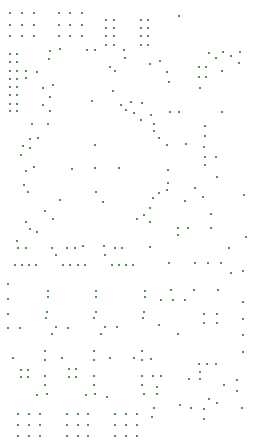
<source format=gbr>
%TF.GenerationSoftware,Altium Limited,Altium Designer,24.6.1 (21)*%
G04 Layer_Color=0*
%FSLAX26Y26*%
%MOIN*%
%TF.SameCoordinates,E3325630-42F2-41CE-953C-F4D0AC061200*%
%TF.FilePolarity,Positive*%
%TF.FileFunction,Plated,1,8,PTH,Drill*%
%TF.Part,Single*%
G01*
G75*
%TA.AperFunction,ViaDrill,NotFilled*%
%ADD122C,0.011811*%
D122*
X448819Y759842D02*
D03*
X812914Y700787D02*
D03*
X807087Y842520D02*
D03*
X551181Y1251968D02*
D03*
X556102Y1216535D02*
D03*
X153543Y1078661D02*
D03*
X697914Y778228D02*
D03*
X194591Y825983D02*
D03*
X338583Y818898D02*
D03*
X429957Y1150458D02*
D03*
X78740Y751968D02*
D03*
Y921260D02*
D03*
X62501Y976048D02*
D03*
X70866Y1003937D02*
D03*
X107126Y933071D02*
D03*
X594488Y141732D02*
D03*
X782559Y188071D02*
D03*
X94488Y1027559D02*
D03*
X118110Y1251968D02*
D03*
X161417Y1322835D02*
D03*
X156875Y1294990D02*
D03*
X193740Y1326772D02*
D03*
X301855Y1154154D02*
D03*
X376969Y1255906D02*
D03*
X413386Y1125984D02*
D03*
X368898Y1188622D02*
D03*
X397323Y1142047D02*
D03*
X466535Y1146653D02*
D03*
X492126Y1279528D02*
D03*
X78740Y1255906D02*
D03*
Y1232284D02*
D03*
X27559Y1311024D02*
D03*
X51181D02*
D03*
X27559Y1283465D02*
D03*
X51181D02*
D03*
X27559Y1255906D02*
D03*
X51181D02*
D03*
X27559Y1228347D02*
D03*
X51181D02*
D03*
Y1122047D02*
D03*
X27559D02*
D03*
Y1145669D02*
D03*
X51181D02*
D03*
Y1173228D02*
D03*
X27559D02*
D03*
X51181Y1200787D02*
D03*
X27559D02*
D03*
X527559Y1287402D02*
D03*
X590551Y1118110D02*
D03*
X559055D02*
D03*
X590551Y1437008D02*
D03*
X496063Y1106299D02*
D03*
X505921Y1077750D02*
D03*
X507874Y1055118D02*
D03*
X440507Y1114611D02*
D03*
X465005Y1090113D02*
D03*
X763779Y582677D02*
D03*
X803150Y586614D02*
D03*
X755905Y665354D02*
D03*
X716535Y901575D02*
D03*
X669291Y834646D02*
D03*
X644488Y863386D02*
D03*
X493827Y752579D02*
D03*
X100787Y1078740D02*
D03*
X555118Y881890D02*
D03*
X339193Y672724D02*
D03*
X269929Y671504D02*
D03*
X165354Y664744D02*
D03*
X94488Y728346D02*
D03*
X492126Y669291D02*
D03*
X118110Y716535D02*
D03*
X86614Y850392D02*
D03*
X74803Y874016D02*
D03*
X464567Y1425197D02*
D03*
Y1342520D02*
D03*
Y1397638D02*
D03*
Y1370079D02*
D03*
X472003Y775153D02*
D03*
X493091Y797098D02*
D03*
X503937Y830709D02*
D03*
X94488Y997588D02*
D03*
X696849Y732282D02*
D03*
X620689Y732284D02*
D03*
X587201D02*
D03*
Y708661D02*
D03*
X558071Y614173D02*
D03*
X783472Y224401D02*
D03*
X121885Y1030886D02*
D03*
X803150Y318898D02*
D03*
Y374016D02*
D03*
Y429134D02*
D03*
Y484252D02*
D03*
X409449Y1299213D02*
D03*
X374016Y1397638D02*
D03*
X346457D02*
D03*
X374016Y1370079D02*
D03*
X346457Y1342520D02*
D03*
X374016D02*
D03*
X346457Y1425197D02*
D03*
X374016D02*
D03*
X346457Y1370079D02*
D03*
X169291Y1208661D02*
D03*
X161417Y1122047D02*
D03*
X137795Y1196850D02*
D03*
X161417Y1169291D02*
D03*
X137795Y1141732D02*
D03*
X712598Y279528D02*
D03*
X685039D02*
D03*
X657480D02*
D03*
X716535Y444882D02*
D03*
X673228D02*
D03*
Y413386D02*
D03*
X716535D02*
D03*
X282336Y1323976D02*
D03*
X309778Y1325984D02*
D03*
X488189Y1425197D02*
D03*
Y1342520D02*
D03*
Y1370079D02*
D03*
Y1397638D02*
D03*
X657480Y1267716D02*
D03*
X681102Y1236220D02*
D03*
Y1267716D02*
D03*
X657480Y1236220D02*
D03*
X360248Y1269075D02*
D03*
X405591Y1324724D02*
D03*
X629921Y132874D02*
D03*
X799212D02*
D03*
X586205Y378032D02*
D03*
X676968Y940945D02*
D03*
X713209Y968504D02*
D03*
X676968D02*
D03*
X732284Y1252953D02*
D03*
X791339Y1282480D02*
D03*
X763779Y1303150D02*
D03*
X712598Y1299213D02*
D03*
X688976Y1314961D02*
D03*
X795276Y1318898D02*
D03*
X736221D02*
D03*
X503937Y239547D02*
D03*
X531496D02*
D03*
X675659Y1072860D02*
D03*
X608661Y822835D02*
D03*
X523622Y409370D02*
D03*
X610236Y491142D02*
D03*
X570866D02*
D03*
X531496D02*
D03*
X350394Y167835D02*
D03*
X614173Y1011811D02*
D03*
X677165Y1039370D02*
D03*
X674803Y1000000D02*
D03*
X659842Y1197638D02*
D03*
X732282Y1118108D02*
D03*
X740158Y207756D02*
D03*
X228346Y1409449D02*
D03*
X188976Y1448819D02*
D03*
X188976Y1370079D02*
D03*
X267716Y1370079D02*
D03*
X267717Y1448819D02*
D03*
X188976Y1409449D02*
D03*
X228346Y1370079D02*
D03*
X267716Y1409449D02*
D03*
X228346Y1448819D02*
D03*
X66929D02*
D03*
X106299Y1409449D02*
D03*
X66929Y1370079D02*
D03*
X27559Y1409449D02*
D03*
X106299Y1448819D02*
D03*
X106299Y1370079D02*
D03*
X27559Y1370079D02*
D03*
X27559Y1448819D02*
D03*
X66929Y1409449D02*
D03*
X413386Y74803D02*
D03*
X377953Y110236D02*
D03*
Y39370D02*
D03*
X448819D02*
D03*
Y110236D02*
D03*
X377953Y74803D02*
D03*
X413386Y39370D02*
D03*
X448819Y74803D02*
D03*
X413386Y110236D02*
D03*
X498063Y293276D02*
D03*
X440777Y299308D02*
D03*
X505661Y132134D02*
D03*
X673228Y127559D02*
D03*
Y92913D02*
D03*
X500000Y102362D02*
D03*
X716535Y146575D02*
D03*
X688976Y161614D02*
D03*
X279528Y173228D02*
D03*
X118110D02*
D03*
X515748Y200787D02*
D03*
Y177165D02*
D03*
X661417Y228346D02*
D03*
X622047D02*
D03*
X661839Y251059D02*
D03*
X224409Y259842D02*
D03*
Y236220D02*
D03*
X248031D02*
D03*
Y259842D02*
D03*
X62992Y256890D02*
D03*
Y233268D02*
D03*
X86614D02*
D03*
Y256890D02*
D03*
X251969Y74803D02*
D03*
X216535Y110236D02*
D03*
Y39370D02*
D03*
X287402D02*
D03*
Y110236D02*
D03*
X216535Y74803D02*
D03*
X251969Y39370D02*
D03*
X287402Y74803D02*
D03*
X251969Y110236D02*
D03*
X90551D02*
D03*
X125984Y74803D02*
D03*
X90551Y39370D02*
D03*
X55118Y74803D02*
D03*
X125984Y110236D02*
D03*
Y39370D02*
D03*
X55118D02*
D03*
Y110236D02*
D03*
X90551Y74803D02*
D03*
X37795Y299213D02*
D03*
X310547Y1009187D02*
D03*
X390601Y930924D02*
D03*
X312337Y850870D02*
D03*
X232284Y929134D02*
D03*
X311442Y930029D02*
D03*
X168767Y762857D02*
D03*
X144269Y787355D02*
D03*
X548768Y1006447D02*
D03*
X524270Y1030945D02*
D03*
X167201Y377733D02*
D03*
X329216Y377419D02*
D03*
X20943Y544662D02*
D03*
X382606Y399964D02*
D03*
X220466Y399464D02*
D03*
X51181Y688976D02*
D03*
X476457Y499803D02*
D03*
X315039D02*
D03*
X153622D02*
D03*
X147126Y430236D02*
D03*
X475086Y452367D02*
D03*
X313669D02*
D03*
X150919Y452634D02*
D03*
X343346Y401575D02*
D03*
X19685Y496063D02*
D03*
Y444882D02*
D03*
X20512Y397638D02*
D03*
X181102Y401575D02*
D03*
X59055Y397638D02*
D03*
X720472Y524606D02*
D03*
X562992D02*
D03*
X641732D02*
D03*
X731299Y614173D02*
D03*
X686024D02*
D03*
X644685D02*
D03*
X342441Y641732D02*
D03*
X181024D02*
D03*
X437008Y606299D02*
D03*
X413386D02*
D03*
X389764D02*
D03*
X366142D02*
D03*
X469961Y430236D02*
D03*
X476457Y522520D02*
D03*
X308543Y430236D02*
D03*
X315039Y522520D02*
D03*
X153622D02*
D03*
X78740Y665354D02*
D03*
X244094D02*
D03*
X55118D02*
D03*
X377953D02*
D03*
X401575D02*
D03*
X216535D02*
D03*
X549091Y856788D02*
D03*
X204724Y606299D02*
D03*
X228346D02*
D03*
X251969D02*
D03*
X275591D02*
D03*
X114173D02*
D03*
X90551D02*
D03*
X66929D02*
D03*
X43307D02*
D03*
X523524Y846292D02*
D03*
X555118Y925197D02*
D03*
X360630Y299213D02*
D03*
X199213D02*
D03*
X144488Y322835D02*
D03*
X467323Y289855D02*
D03*
Y322835D02*
D03*
X305906Y289855D02*
D03*
Y322835D02*
D03*
X144488Y289855D02*
D03*
X467323Y238189D02*
D03*
Y206693D02*
D03*
X472063Y176458D02*
D03*
X305906Y238189D02*
D03*
Y206693D02*
D03*
X310646Y176458D02*
D03*
X149229D02*
D03*
X144488Y206693D02*
D03*
Y238189D02*
D03*
%TF.MD5,7979c5e051125a06ea4db8a8703049cf*%
M02*

</source>
